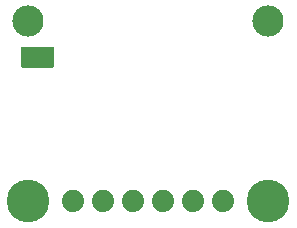
<source format=gbr>
G04 EAGLE Gerber RS-274X export*
G75*
%MOMM*%
%FSLAX34Y34*%
%LPD*%
%INSoldermask Bottom*%
%IPPOS*%
%AMOC8*
5,1,8,0,0,1.08239X$1,22.5*%
G01*
%ADD10C,2.641600*%
%ADD11C,1.879600*%
%ADD12C,3.617600*%

G36*
X45838Y138446D02*
X45838Y138446D01*
X45957Y138453D01*
X45995Y138466D01*
X46036Y138471D01*
X46146Y138514D01*
X46259Y138551D01*
X46294Y138573D01*
X46331Y138588D01*
X46427Y138658D01*
X46528Y138721D01*
X46556Y138751D01*
X46589Y138774D01*
X46665Y138866D01*
X46746Y138953D01*
X46766Y138988D01*
X46791Y139019D01*
X46842Y139127D01*
X46900Y139231D01*
X46910Y139271D01*
X46927Y139307D01*
X46949Y139424D01*
X46979Y139539D01*
X46983Y139600D01*
X46987Y139620D01*
X46985Y139640D01*
X46989Y139700D01*
X46989Y154940D01*
X46974Y155058D01*
X46967Y155177D01*
X46954Y155215D01*
X46949Y155256D01*
X46906Y155366D01*
X46869Y155479D01*
X46847Y155514D01*
X46832Y155551D01*
X46763Y155647D01*
X46699Y155748D01*
X46669Y155776D01*
X46646Y155809D01*
X46554Y155885D01*
X46467Y155966D01*
X46432Y155986D01*
X46401Y156011D01*
X46293Y156062D01*
X46189Y156120D01*
X46149Y156130D01*
X46113Y156147D01*
X45996Y156169D01*
X45881Y156199D01*
X45821Y156203D01*
X45801Y156207D01*
X45780Y156205D01*
X45720Y156209D01*
X20320Y156209D01*
X20202Y156194D01*
X20083Y156187D01*
X20045Y156174D01*
X20004Y156169D01*
X19894Y156126D01*
X19781Y156089D01*
X19746Y156067D01*
X19709Y156052D01*
X19613Y155983D01*
X19512Y155919D01*
X19484Y155889D01*
X19451Y155866D01*
X19376Y155774D01*
X19294Y155687D01*
X19274Y155652D01*
X19249Y155621D01*
X19198Y155513D01*
X19140Y155409D01*
X19130Y155369D01*
X19113Y155333D01*
X19091Y155216D01*
X19061Y155101D01*
X19057Y155041D01*
X19053Y155021D01*
X19054Y155014D01*
X19053Y155012D01*
X19054Y154996D01*
X19051Y154940D01*
X19051Y139700D01*
X19066Y139582D01*
X19073Y139463D01*
X19086Y139425D01*
X19091Y139384D01*
X19134Y139274D01*
X19171Y139161D01*
X19193Y139126D01*
X19208Y139089D01*
X19278Y138993D01*
X19341Y138892D01*
X19371Y138864D01*
X19394Y138831D01*
X19486Y138756D01*
X19573Y138674D01*
X19608Y138654D01*
X19639Y138629D01*
X19747Y138578D01*
X19851Y138520D01*
X19891Y138510D01*
X19927Y138493D01*
X20044Y138471D01*
X20159Y138441D01*
X20220Y138437D01*
X20240Y138433D01*
X20260Y138435D01*
X20320Y138431D01*
X45720Y138431D01*
X45838Y138446D01*
G37*
D10*
X25400Y177800D03*
X228600Y177800D03*
D11*
X63500Y25400D03*
X88900Y25400D03*
X114300Y25400D03*
X139700Y25400D03*
X165100Y25400D03*
X190500Y25400D03*
D12*
X25400Y25400D03*
X228600Y25400D03*
M02*

</source>
